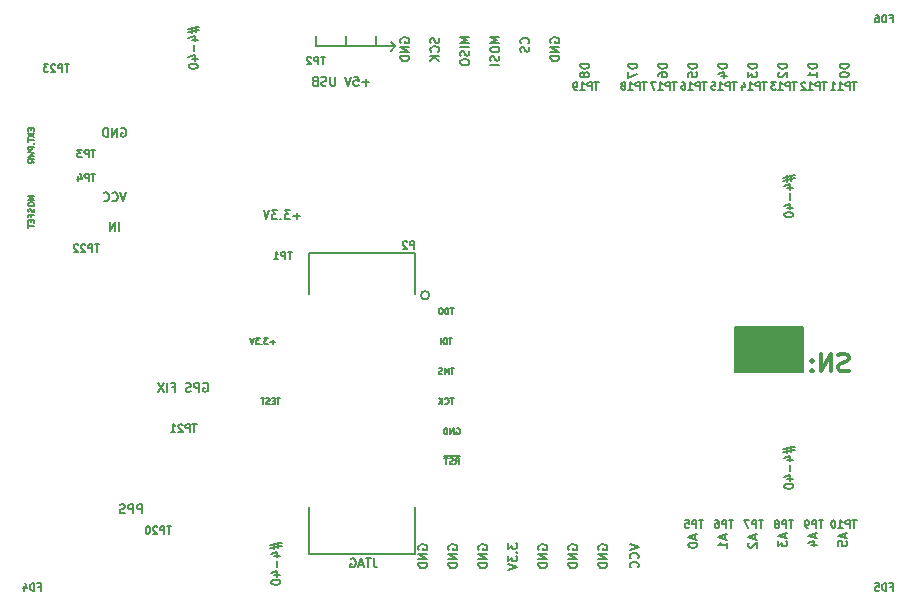
<source format=gbo>
G04 (created by PCBNEW (2013-07-07 BZR 4022)-stable) date 10/26/2016 12:18:13 AM*
%MOIN*%
G04 Gerber Fmt 3.4, Leading zero omitted, Abs format*
%FSLAX34Y34*%
G01*
G70*
G90*
G04 APERTURE LIST*
%ADD10C,0.00590551*%
%ADD11C,0.005*%
%ADD12C,0.00738189*%
%ADD13C,0.00787402*%
%ADD14C,0.011811*%
%ADD15C,0.007*%
%ADD16C,0.230409*%
%ADD17C,0.048*%
%ADD18C,0.025685*%
%ADD19R,0.061X0.061*%
%ADD20C,0.061*%
%ADD21R,0.206X0.056*%
%ADD22C,0.0787402*%
%ADD23C,0.0737165*%
G04 APERTURE END LIST*
G54D10*
G54D11*
X58030Y-45930D02*
X57830Y-45930D01*
X57973Y-45997D01*
X57830Y-46064D01*
X58030Y-46064D01*
X57830Y-46197D02*
X57830Y-46235D01*
X57840Y-46254D01*
X57859Y-46273D01*
X57897Y-46283D01*
X57964Y-46283D01*
X58002Y-46273D01*
X58021Y-46254D01*
X58030Y-46235D01*
X58030Y-46197D01*
X58021Y-46178D01*
X58002Y-46159D01*
X57964Y-46150D01*
X57897Y-46150D01*
X57859Y-46159D01*
X57840Y-46178D01*
X57830Y-46197D01*
X58021Y-46359D02*
X58030Y-46388D01*
X58030Y-46435D01*
X58021Y-46454D01*
X58011Y-46464D01*
X57992Y-46473D01*
X57973Y-46473D01*
X57954Y-46464D01*
X57945Y-46454D01*
X57935Y-46435D01*
X57926Y-46397D01*
X57916Y-46378D01*
X57907Y-46369D01*
X57888Y-46359D01*
X57869Y-46359D01*
X57850Y-46369D01*
X57840Y-46378D01*
X57830Y-46397D01*
X57830Y-46445D01*
X57840Y-46473D01*
X57926Y-46626D02*
X57926Y-46559D01*
X58030Y-46559D02*
X57830Y-46559D01*
X57830Y-46654D01*
X57926Y-46730D02*
X57926Y-46797D01*
X58030Y-46826D02*
X58030Y-46730D01*
X57830Y-46730D01*
X57830Y-46826D01*
X57830Y-46883D02*
X57830Y-46997D01*
X58030Y-46940D02*
X57830Y-46940D01*
G54D12*
X83122Y-54303D02*
X83122Y-54514D01*
X82996Y-54388D02*
X83375Y-54303D01*
X83249Y-54486D02*
X83249Y-54275D01*
X83375Y-54402D02*
X82996Y-54486D01*
X83122Y-54739D02*
X83319Y-54739D01*
X83010Y-54669D02*
X83221Y-54599D01*
X83221Y-54782D01*
X83207Y-54894D02*
X83207Y-55119D01*
X83122Y-55386D02*
X83319Y-55386D01*
X83010Y-55316D02*
X83221Y-55246D01*
X83221Y-55428D01*
X83024Y-55597D02*
X83024Y-55625D01*
X83038Y-55653D01*
X83052Y-55667D01*
X83080Y-55681D01*
X83136Y-55696D01*
X83207Y-55696D01*
X83263Y-55681D01*
X83291Y-55667D01*
X83305Y-55653D01*
X83319Y-55625D01*
X83319Y-55597D01*
X83305Y-55569D01*
X83291Y-55555D01*
X83263Y-55541D01*
X83207Y-55527D01*
X83136Y-55527D01*
X83080Y-55541D01*
X83052Y-55555D01*
X83038Y-55569D01*
X83024Y-55597D01*
X83122Y-45253D02*
X83122Y-45464D01*
X82996Y-45338D02*
X83375Y-45253D01*
X83249Y-45436D02*
X83249Y-45225D01*
X83375Y-45352D02*
X82996Y-45436D01*
X83122Y-45689D02*
X83319Y-45689D01*
X83010Y-45619D02*
X83221Y-45549D01*
X83221Y-45732D01*
X83207Y-45844D02*
X83207Y-46069D01*
X83122Y-46336D02*
X83319Y-46336D01*
X83010Y-46266D02*
X83221Y-46196D01*
X83221Y-46378D01*
X83024Y-46547D02*
X83024Y-46575D01*
X83038Y-46603D01*
X83052Y-46617D01*
X83080Y-46631D01*
X83136Y-46646D01*
X83207Y-46646D01*
X83263Y-46631D01*
X83291Y-46617D01*
X83305Y-46603D01*
X83319Y-46575D01*
X83319Y-46547D01*
X83305Y-46519D01*
X83291Y-46505D01*
X83263Y-46491D01*
X83207Y-46477D01*
X83136Y-46477D01*
X83080Y-46491D01*
X83052Y-46505D01*
X83038Y-46519D01*
X83024Y-46547D01*
X63272Y-40303D02*
X63272Y-40514D01*
X63146Y-40388D02*
X63525Y-40303D01*
X63399Y-40486D02*
X63399Y-40275D01*
X63525Y-40402D02*
X63146Y-40486D01*
X63272Y-40739D02*
X63469Y-40739D01*
X63160Y-40669D02*
X63371Y-40599D01*
X63371Y-40782D01*
X63357Y-40894D02*
X63357Y-41119D01*
X63272Y-41386D02*
X63469Y-41386D01*
X63160Y-41316D02*
X63371Y-41246D01*
X63371Y-41428D01*
X63174Y-41597D02*
X63174Y-41625D01*
X63188Y-41653D01*
X63202Y-41667D01*
X63230Y-41681D01*
X63286Y-41696D01*
X63357Y-41696D01*
X63413Y-41681D01*
X63441Y-41667D01*
X63455Y-41653D01*
X63469Y-41625D01*
X63469Y-41597D01*
X63455Y-41569D01*
X63441Y-41555D01*
X63413Y-41541D01*
X63357Y-41527D01*
X63286Y-41527D01*
X63230Y-41541D01*
X63202Y-41555D01*
X63188Y-41569D01*
X63174Y-41597D01*
X66022Y-57503D02*
X66022Y-57714D01*
X65896Y-57588D02*
X66275Y-57503D01*
X66149Y-57686D02*
X66149Y-57475D01*
X66275Y-57602D02*
X65896Y-57686D01*
X66022Y-57939D02*
X66219Y-57939D01*
X65910Y-57869D02*
X66121Y-57799D01*
X66121Y-57982D01*
X66107Y-58094D02*
X66107Y-58319D01*
X66022Y-58586D02*
X66219Y-58586D01*
X65910Y-58516D02*
X66121Y-58446D01*
X66121Y-58628D01*
X65924Y-58797D02*
X65924Y-58825D01*
X65938Y-58853D01*
X65952Y-58867D01*
X65980Y-58881D01*
X66036Y-58896D01*
X66107Y-58896D01*
X66163Y-58881D01*
X66191Y-58867D01*
X66205Y-58853D01*
X66219Y-58825D01*
X66219Y-58797D01*
X66205Y-58769D01*
X66191Y-58755D01*
X66163Y-58741D01*
X66107Y-58727D01*
X66036Y-58727D01*
X65980Y-58741D01*
X65952Y-58755D01*
X65938Y-58769D01*
X65924Y-58797D01*
X70838Y-57725D02*
X70824Y-57696D01*
X70824Y-57654D01*
X70838Y-57612D01*
X70866Y-57584D01*
X70894Y-57570D01*
X70950Y-57556D01*
X70992Y-57556D01*
X71049Y-57570D01*
X71077Y-57584D01*
X71105Y-57612D01*
X71119Y-57654D01*
X71119Y-57682D01*
X71105Y-57725D01*
X71091Y-57739D01*
X70992Y-57739D01*
X70992Y-57682D01*
X71119Y-57865D02*
X70824Y-57865D01*
X71119Y-58034D01*
X70824Y-58034D01*
X71119Y-58174D02*
X70824Y-58174D01*
X70824Y-58245D01*
X70838Y-58287D01*
X70866Y-58315D01*
X70894Y-58329D01*
X70950Y-58343D01*
X70992Y-58343D01*
X71049Y-58329D01*
X71077Y-58315D01*
X71105Y-58287D01*
X71119Y-58245D01*
X71119Y-58174D01*
X71838Y-57725D02*
X71824Y-57696D01*
X71824Y-57654D01*
X71838Y-57612D01*
X71866Y-57584D01*
X71894Y-57570D01*
X71950Y-57556D01*
X71992Y-57556D01*
X72049Y-57570D01*
X72077Y-57584D01*
X72105Y-57612D01*
X72119Y-57654D01*
X72119Y-57682D01*
X72105Y-57725D01*
X72091Y-57739D01*
X71992Y-57739D01*
X71992Y-57682D01*
X72119Y-57865D02*
X71824Y-57865D01*
X72119Y-58034D01*
X71824Y-58034D01*
X72119Y-58174D02*
X71824Y-58174D01*
X71824Y-58245D01*
X71838Y-58287D01*
X71866Y-58315D01*
X71894Y-58329D01*
X71950Y-58343D01*
X71992Y-58343D01*
X72049Y-58329D01*
X72077Y-58315D01*
X72105Y-58287D01*
X72119Y-58245D01*
X72119Y-58174D01*
X72838Y-57725D02*
X72824Y-57696D01*
X72824Y-57654D01*
X72838Y-57612D01*
X72866Y-57584D01*
X72894Y-57570D01*
X72950Y-57556D01*
X72992Y-57556D01*
X73049Y-57570D01*
X73077Y-57584D01*
X73105Y-57612D01*
X73119Y-57654D01*
X73119Y-57682D01*
X73105Y-57725D01*
X73091Y-57739D01*
X72992Y-57739D01*
X72992Y-57682D01*
X73119Y-57865D02*
X72824Y-57865D01*
X73119Y-58034D01*
X72824Y-58034D01*
X73119Y-58174D02*
X72824Y-58174D01*
X72824Y-58245D01*
X72838Y-58287D01*
X72866Y-58315D01*
X72894Y-58329D01*
X72950Y-58343D01*
X72992Y-58343D01*
X73049Y-58329D01*
X73077Y-58315D01*
X73105Y-58287D01*
X73119Y-58245D01*
X73119Y-58174D01*
X74838Y-57725D02*
X74824Y-57696D01*
X74824Y-57654D01*
X74838Y-57612D01*
X74866Y-57584D01*
X74894Y-57570D01*
X74950Y-57556D01*
X74992Y-57556D01*
X75049Y-57570D01*
X75077Y-57584D01*
X75105Y-57612D01*
X75119Y-57654D01*
X75119Y-57682D01*
X75105Y-57725D01*
X75091Y-57739D01*
X74992Y-57739D01*
X74992Y-57682D01*
X75119Y-57865D02*
X74824Y-57865D01*
X75119Y-58034D01*
X74824Y-58034D01*
X75119Y-58174D02*
X74824Y-58174D01*
X74824Y-58245D01*
X74838Y-58287D01*
X74866Y-58315D01*
X74894Y-58329D01*
X74950Y-58343D01*
X74992Y-58343D01*
X75049Y-58329D01*
X75077Y-58315D01*
X75105Y-58287D01*
X75119Y-58245D01*
X75119Y-58174D01*
X75238Y-40825D02*
X75224Y-40796D01*
X75224Y-40754D01*
X75238Y-40712D01*
X75266Y-40684D01*
X75294Y-40670D01*
X75350Y-40656D01*
X75392Y-40656D01*
X75449Y-40670D01*
X75477Y-40684D01*
X75505Y-40712D01*
X75519Y-40754D01*
X75519Y-40782D01*
X75505Y-40825D01*
X75491Y-40839D01*
X75392Y-40839D01*
X75392Y-40782D01*
X75519Y-40965D02*
X75224Y-40965D01*
X75519Y-41134D01*
X75224Y-41134D01*
X75519Y-41274D02*
X75224Y-41274D01*
X75224Y-41345D01*
X75238Y-41387D01*
X75266Y-41415D01*
X75294Y-41429D01*
X75350Y-41443D01*
X75392Y-41443D01*
X75449Y-41429D01*
X75477Y-41415D01*
X75505Y-41387D01*
X75519Y-41345D01*
X75519Y-41274D01*
G54D13*
X68400Y-40600D02*
X68400Y-40950D01*
X69400Y-40600D02*
X69400Y-40950D01*
X70050Y-40950D02*
X69900Y-41100D01*
X69900Y-40800D02*
X70050Y-40950D01*
X70050Y-40950D02*
X69900Y-40800D01*
X67400Y-40950D02*
X70050Y-40950D01*
X67400Y-40600D02*
X67400Y-40950D01*
G54D11*
X72059Y-54880D02*
X72126Y-54785D01*
X72173Y-54880D02*
X72173Y-54680D01*
X72097Y-54680D01*
X72078Y-54690D01*
X72069Y-54700D01*
X72059Y-54719D01*
X72059Y-54747D01*
X72069Y-54766D01*
X72078Y-54776D01*
X72097Y-54785D01*
X72173Y-54785D01*
X71983Y-54871D02*
X71954Y-54880D01*
X71907Y-54880D01*
X71888Y-54871D01*
X71878Y-54861D01*
X71869Y-54842D01*
X71869Y-54823D01*
X71878Y-54804D01*
X71888Y-54795D01*
X71907Y-54785D01*
X71945Y-54776D01*
X71964Y-54766D01*
X71973Y-54757D01*
X71983Y-54738D01*
X71983Y-54719D01*
X71973Y-54700D01*
X71964Y-54690D01*
X71945Y-54680D01*
X71897Y-54680D01*
X71869Y-54690D01*
X71811Y-54680D02*
X71697Y-54680D01*
X71754Y-54880D02*
X71754Y-54680D01*
X72221Y-54605D02*
X71678Y-54605D01*
X72102Y-53690D02*
X72121Y-53680D01*
X72150Y-53680D01*
X72178Y-53690D01*
X72197Y-53709D01*
X72207Y-53728D01*
X72216Y-53766D01*
X72216Y-53795D01*
X72207Y-53833D01*
X72197Y-53852D01*
X72178Y-53871D01*
X72150Y-53880D01*
X72130Y-53880D01*
X72102Y-53871D01*
X72092Y-53861D01*
X72092Y-53795D01*
X72130Y-53795D01*
X72007Y-53880D02*
X72007Y-53680D01*
X71892Y-53880D01*
X71892Y-53680D01*
X71797Y-53880D02*
X71797Y-53680D01*
X71750Y-53680D01*
X71721Y-53690D01*
X71702Y-53709D01*
X71692Y-53728D01*
X71683Y-53766D01*
X71683Y-53795D01*
X71692Y-53833D01*
X71702Y-53852D01*
X71721Y-53871D01*
X71750Y-53880D01*
X71797Y-53880D01*
X72007Y-52680D02*
X71892Y-52680D01*
X71950Y-52880D02*
X71950Y-52680D01*
X71711Y-52861D02*
X71721Y-52871D01*
X71750Y-52880D01*
X71769Y-52880D01*
X71797Y-52871D01*
X71816Y-52852D01*
X71826Y-52833D01*
X71835Y-52795D01*
X71835Y-52766D01*
X71826Y-52728D01*
X71816Y-52709D01*
X71797Y-52690D01*
X71769Y-52680D01*
X71750Y-52680D01*
X71721Y-52690D01*
X71711Y-52700D01*
X71626Y-52880D02*
X71626Y-52680D01*
X71511Y-52880D02*
X71597Y-52766D01*
X71511Y-52680D02*
X71626Y-52795D01*
X72016Y-51680D02*
X71902Y-51680D01*
X71959Y-51880D02*
X71959Y-51680D01*
X71835Y-51880D02*
X71835Y-51680D01*
X71769Y-51823D01*
X71702Y-51680D01*
X71702Y-51880D01*
X71616Y-51871D02*
X71588Y-51880D01*
X71540Y-51880D01*
X71521Y-51871D01*
X71511Y-51861D01*
X71502Y-51842D01*
X71502Y-51823D01*
X71511Y-51804D01*
X71521Y-51795D01*
X71540Y-51785D01*
X71578Y-51776D01*
X71597Y-51766D01*
X71607Y-51757D01*
X71616Y-51738D01*
X71616Y-51719D01*
X71607Y-51700D01*
X71597Y-51690D01*
X71578Y-51680D01*
X71530Y-51680D01*
X71502Y-51690D01*
X71954Y-50680D02*
X71840Y-50680D01*
X71897Y-50880D02*
X71897Y-50680D01*
X71773Y-50880D02*
X71773Y-50680D01*
X71726Y-50680D01*
X71697Y-50690D01*
X71678Y-50709D01*
X71669Y-50728D01*
X71659Y-50766D01*
X71659Y-50795D01*
X71669Y-50833D01*
X71678Y-50852D01*
X71697Y-50871D01*
X71726Y-50880D01*
X71773Y-50880D01*
X71573Y-50880D02*
X71573Y-50680D01*
X72011Y-49680D02*
X71897Y-49680D01*
X71954Y-49880D02*
X71954Y-49680D01*
X71830Y-49880D02*
X71830Y-49680D01*
X71783Y-49680D01*
X71754Y-49690D01*
X71735Y-49709D01*
X71726Y-49728D01*
X71716Y-49766D01*
X71716Y-49795D01*
X71726Y-49833D01*
X71735Y-49852D01*
X71754Y-49871D01*
X71783Y-49880D01*
X71830Y-49880D01*
X71592Y-49680D02*
X71554Y-49680D01*
X71535Y-49690D01*
X71516Y-49709D01*
X71507Y-49747D01*
X71507Y-49814D01*
X71516Y-49852D01*
X71535Y-49871D01*
X71554Y-49880D01*
X71592Y-49880D01*
X71611Y-49871D01*
X71630Y-49852D01*
X71640Y-49814D01*
X71640Y-49747D01*
X71630Y-49709D01*
X71611Y-49690D01*
X71592Y-49680D01*
X66219Y-52680D02*
X66104Y-52680D01*
X66161Y-52880D02*
X66161Y-52680D01*
X66038Y-52776D02*
X65971Y-52776D01*
X65942Y-52880D02*
X66038Y-52880D01*
X66038Y-52680D01*
X65942Y-52680D01*
X65866Y-52871D02*
X65838Y-52880D01*
X65790Y-52880D01*
X65771Y-52871D01*
X65761Y-52861D01*
X65752Y-52842D01*
X65752Y-52823D01*
X65761Y-52804D01*
X65771Y-52795D01*
X65790Y-52785D01*
X65828Y-52776D01*
X65847Y-52766D01*
X65857Y-52757D01*
X65866Y-52738D01*
X65866Y-52719D01*
X65857Y-52700D01*
X65847Y-52690D01*
X65828Y-52680D01*
X65780Y-52680D01*
X65752Y-52690D01*
X65695Y-52680D02*
X65580Y-52680D01*
X65638Y-52880D02*
X65638Y-52680D01*
X66050Y-50804D02*
X65897Y-50804D01*
X65973Y-50880D02*
X65973Y-50728D01*
X65821Y-50680D02*
X65697Y-50680D01*
X65764Y-50757D01*
X65735Y-50757D01*
X65716Y-50766D01*
X65707Y-50776D01*
X65697Y-50795D01*
X65697Y-50842D01*
X65707Y-50861D01*
X65716Y-50871D01*
X65735Y-50880D01*
X65792Y-50880D01*
X65811Y-50871D01*
X65821Y-50861D01*
X65611Y-50861D02*
X65602Y-50871D01*
X65611Y-50880D01*
X65621Y-50871D01*
X65611Y-50861D01*
X65611Y-50880D01*
X65535Y-50680D02*
X65411Y-50680D01*
X65478Y-50757D01*
X65450Y-50757D01*
X65430Y-50766D01*
X65421Y-50776D01*
X65411Y-50795D01*
X65411Y-50842D01*
X65421Y-50861D01*
X65430Y-50871D01*
X65450Y-50880D01*
X65507Y-50880D01*
X65526Y-50871D01*
X65535Y-50861D01*
X65354Y-50680D02*
X65288Y-50880D01*
X65221Y-50680D01*
G54D12*
X66890Y-46607D02*
X66665Y-46607D01*
X66778Y-46719D02*
X66778Y-46494D01*
X66553Y-46424D02*
X66370Y-46424D01*
X66468Y-46536D01*
X66426Y-46536D01*
X66398Y-46550D01*
X66384Y-46564D01*
X66370Y-46592D01*
X66370Y-46663D01*
X66384Y-46691D01*
X66398Y-46705D01*
X66426Y-46719D01*
X66510Y-46719D01*
X66539Y-46705D01*
X66553Y-46691D01*
X66243Y-46691D02*
X66229Y-46705D01*
X66243Y-46719D01*
X66257Y-46705D01*
X66243Y-46691D01*
X66243Y-46719D01*
X66131Y-46424D02*
X65948Y-46424D01*
X66046Y-46536D01*
X66004Y-46536D01*
X65976Y-46550D01*
X65962Y-46564D01*
X65948Y-46592D01*
X65948Y-46663D01*
X65962Y-46691D01*
X65976Y-46705D01*
X66004Y-46719D01*
X66089Y-46719D01*
X66117Y-46705D01*
X66131Y-46691D01*
X65864Y-46424D02*
X65765Y-46719D01*
X65667Y-46424D01*
X69185Y-42157D02*
X68960Y-42157D01*
X69072Y-42269D02*
X69072Y-42044D01*
X68678Y-41974D02*
X68819Y-41974D01*
X68833Y-42114D01*
X68819Y-42100D01*
X68791Y-42086D01*
X68721Y-42086D01*
X68692Y-42100D01*
X68678Y-42114D01*
X68664Y-42142D01*
X68664Y-42213D01*
X68678Y-42241D01*
X68692Y-42255D01*
X68721Y-42269D01*
X68791Y-42269D01*
X68819Y-42255D01*
X68833Y-42241D01*
X68580Y-41974D02*
X68482Y-42269D01*
X68383Y-41974D01*
X68060Y-41974D02*
X68060Y-42213D01*
X68046Y-42241D01*
X68032Y-42255D01*
X68003Y-42269D01*
X67947Y-42269D01*
X67919Y-42255D01*
X67905Y-42241D01*
X67891Y-42213D01*
X67891Y-41974D01*
X67764Y-42255D02*
X67722Y-42269D01*
X67652Y-42269D01*
X67624Y-42255D01*
X67610Y-42241D01*
X67596Y-42213D01*
X67596Y-42185D01*
X67610Y-42157D01*
X67624Y-42142D01*
X67652Y-42128D01*
X67708Y-42114D01*
X67736Y-42100D01*
X67750Y-42086D01*
X67764Y-42058D01*
X67764Y-42030D01*
X67750Y-42002D01*
X67736Y-41988D01*
X67708Y-41974D01*
X67638Y-41974D01*
X67596Y-41988D01*
X67371Y-42114D02*
X67329Y-42128D01*
X67314Y-42142D01*
X67300Y-42171D01*
X67300Y-42213D01*
X67314Y-42241D01*
X67329Y-42255D01*
X67357Y-42269D01*
X67469Y-42269D01*
X67469Y-41974D01*
X67371Y-41974D01*
X67343Y-41988D01*
X67329Y-42002D01*
X67314Y-42030D01*
X67314Y-42058D01*
X67329Y-42086D01*
X67343Y-42100D01*
X67371Y-42114D01*
X67469Y-42114D01*
X61615Y-56519D02*
X61615Y-56224D01*
X61503Y-56224D01*
X61474Y-56238D01*
X61460Y-56252D01*
X61446Y-56280D01*
X61446Y-56322D01*
X61460Y-56350D01*
X61474Y-56364D01*
X61503Y-56378D01*
X61615Y-56378D01*
X61320Y-56519D02*
X61320Y-56224D01*
X61207Y-56224D01*
X61179Y-56238D01*
X61165Y-56252D01*
X61151Y-56280D01*
X61151Y-56322D01*
X61165Y-56350D01*
X61179Y-56364D01*
X61207Y-56378D01*
X61320Y-56378D01*
X61039Y-56505D02*
X60996Y-56519D01*
X60926Y-56519D01*
X60898Y-56505D01*
X60884Y-56491D01*
X60870Y-56463D01*
X60870Y-56435D01*
X60884Y-56407D01*
X60898Y-56392D01*
X60926Y-56378D01*
X60982Y-56364D01*
X61010Y-56350D01*
X61025Y-56336D01*
X61039Y-56308D01*
X61039Y-56280D01*
X61025Y-56252D01*
X61010Y-56238D01*
X60982Y-56224D01*
X60912Y-56224D01*
X60870Y-56238D01*
X63660Y-52188D02*
X63688Y-52174D01*
X63731Y-52174D01*
X63773Y-52188D01*
X63801Y-52216D01*
X63815Y-52244D01*
X63829Y-52300D01*
X63829Y-52342D01*
X63815Y-52399D01*
X63801Y-52427D01*
X63773Y-52455D01*
X63731Y-52469D01*
X63703Y-52469D01*
X63660Y-52455D01*
X63646Y-52441D01*
X63646Y-52342D01*
X63703Y-52342D01*
X63520Y-52469D02*
X63520Y-52174D01*
X63407Y-52174D01*
X63379Y-52188D01*
X63365Y-52202D01*
X63351Y-52230D01*
X63351Y-52272D01*
X63365Y-52300D01*
X63379Y-52314D01*
X63407Y-52328D01*
X63520Y-52328D01*
X63239Y-52455D02*
X63196Y-52469D01*
X63126Y-52469D01*
X63098Y-52455D01*
X63084Y-52441D01*
X63070Y-52413D01*
X63070Y-52385D01*
X63084Y-52357D01*
X63098Y-52342D01*
X63126Y-52328D01*
X63182Y-52314D01*
X63210Y-52300D01*
X63224Y-52286D01*
X63239Y-52258D01*
X63239Y-52230D01*
X63224Y-52202D01*
X63210Y-52188D01*
X63182Y-52174D01*
X63112Y-52174D01*
X63070Y-52188D01*
X62620Y-52314D02*
X62718Y-52314D01*
X62718Y-52469D02*
X62718Y-52174D01*
X62578Y-52174D01*
X62465Y-52469D02*
X62465Y-52174D01*
X62353Y-52174D02*
X62156Y-52469D01*
X62156Y-52174D02*
X62353Y-52469D01*
X61093Y-45824D02*
X60995Y-46119D01*
X60896Y-45824D01*
X60629Y-46091D02*
X60643Y-46105D01*
X60685Y-46119D01*
X60714Y-46119D01*
X60756Y-46105D01*
X60784Y-46077D01*
X60798Y-46049D01*
X60812Y-45992D01*
X60812Y-45950D01*
X60798Y-45894D01*
X60784Y-45866D01*
X60756Y-45838D01*
X60714Y-45824D01*
X60685Y-45824D01*
X60643Y-45838D01*
X60629Y-45852D01*
X60334Y-46091D02*
X60348Y-46105D01*
X60390Y-46119D01*
X60418Y-46119D01*
X60460Y-46105D01*
X60489Y-46077D01*
X60503Y-46049D01*
X60517Y-45992D01*
X60517Y-45950D01*
X60503Y-45894D01*
X60489Y-45866D01*
X60460Y-45838D01*
X60418Y-45824D01*
X60390Y-45824D01*
X60348Y-45838D01*
X60334Y-45852D01*
X60924Y-43688D02*
X60953Y-43674D01*
X60995Y-43674D01*
X61037Y-43688D01*
X61065Y-43716D01*
X61079Y-43744D01*
X61093Y-43800D01*
X61093Y-43842D01*
X61079Y-43899D01*
X61065Y-43927D01*
X61037Y-43955D01*
X60995Y-43969D01*
X60967Y-43969D01*
X60924Y-43955D01*
X60910Y-43941D01*
X60910Y-43842D01*
X60967Y-43842D01*
X60784Y-43969D02*
X60784Y-43674D01*
X60615Y-43969D01*
X60615Y-43674D01*
X60475Y-43969D02*
X60475Y-43674D01*
X60404Y-43674D01*
X60362Y-43688D01*
X60334Y-43716D01*
X60320Y-43744D01*
X60306Y-43800D01*
X60306Y-43842D01*
X60320Y-43899D01*
X60334Y-43927D01*
X60362Y-43955D01*
X60404Y-43969D01*
X60475Y-43969D01*
X60854Y-47119D02*
X60854Y-46824D01*
X60714Y-47119D02*
X60714Y-46824D01*
X60545Y-47119D01*
X60545Y-46824D01*
G54D14*
X85168Y-51760D02*
X85084Y-51789D01*
X84943Y-51789D01*
X84887Y-51760D01*
X84859Y-51732D01*
X84831Y-51676D01*
X84831Y-51620D01*
X84859Y-51564D01*
X84887Y-51535D01*
X84943Y-51507D01*
X85056Y-51479D01*
X85112Y-51451D01*
X85140Y-51423D01*
X85168Y-51367D01*
X85168Y-51310D01*
X85140Y-51254D01*
X85112Y-51226D01*
X85056Y-51198D01*
X84915Y-51198D01*
X84831Y-51226D01*
X84578Y-51789D02*
X84578Y-51198D01*
X84240Y-51789D01*
X84240Y-51198D01*
X83959Y-51732D02*
X83931Y-51760D01*
X83959Y-51789D01*
X83987Y-51760D01*
X83959Y-51732D01*
X83959Y-51789D01*
X83959Y-51423D02*
X83931Y-51451D01*
X83959Y-51479D01*
X83987Y-51451D01*
X83959Y-51423D01*
X83959Y-51479D01*
G54D12*
X69344Y-58024D02*
X69344Y-58235D01*
X69358Y-58277D01*
X69386Y-58305D01*
X69428Y-58319D01*
X69456Y-58319D01*
X69246Y-58024D02*
X69077Y-58024D01*
X69161Y-58319D02*
X69161Y-58024D01*
X68992Y-58235D02*
X68852Y-58235D01*
X69021Y-58319D02*
X68922Y-58024D01*
X68824Y-58319D01*
X68571Y-58038D02*
X68599Y-58024D01*
X68641Y-58024D01*
X68683Y-58038D01*
X68711Y-58066D01*
X68725Y-58094D01*
X68739Y-58150D01*
X68739Y-58192D01*
X68725Y-58249D01*
X68711Y-58277D01*
X68683Y-58305D01*
X68641Y-58319D01*
X68613Y-58319D01*
X68571Y-58305D01*
X68557Y-58291D01*
X68557Y-58192D01*
X68613Y-58192D01*
X71505Y-40670D02*
X71519Y-40712D01*
X71519Y-40782D01*
X71505Y-40810D01*
X71491Y-40825D01*
X71463Y-40839D01*
X71435Y-40839D01*
X71407Y-40825D01*
X71392Y-40810D01*
X71378Y-40782D01*
X71364Y-40726D01*
X71350Y-40698D01*
X71336Y-40684D01*
X71308Y-40670D01*
X71280Y-40670D01*
X71252Y-40684D01*
X71238Y-40698D01*
X71224Y-40726D01*
X71224Y-40796D01*
X71238Y-40839D01*
X71491Y-41134D02*
X71505Y-41120D01*
X71519Y-41078D01*
X71519Y-41050D01*
X71505Y-41007D01*
X71477Y-40979D01*
X71449Y-40965D01*
X71392Y-40951D01*
X71350Y-40951D01*
X71294Y-40965D01*
X71266Y-40979D01*
X71238Y-41007D01*
X71224Y-41050D01*
X71224Y-41078D01*
X71238Y-41120D01*
X71252Y-41134D01*
X71519Y-41260D02*
X71224Y-41260D01*
X71519Y-41429D02*
X71350Y-41303D01*
X71224Y-41429D02*
X71392Y-41260D01*
X72519Y-40635D02*
X72224Y-40635D01*
X72435Y-40734D01*
X72224Y-40832D01*
X72519Y-40832D01*
X72519Y-40973D02*
X72224Y-40973D01*
X72505Y-41100D02*
X72519Y-41142D01*
X72519Y-41212D01*
X72505Y-41240D01*
X72491Y-41254D01*
X72463Y-41268D01*
X72435Y-41268D01*
X72407Y-41254D01*
X72392Y-41240D01*
X72378Y-41212D01*
X72364Y-41156D01*
X72350Y-41128D01*
X72336Y-41114D01*
X72308Y-41100D01*
X72280Y-41100D01*
X72252Y-41114D01*
X72238Y-41128D01*
X72224Y-41156D01*
X72224Y-41226D01*
X72238Y-41268D01*
X72224Y-41451D02*
X72224Y-41507D01*
X72238Y-41535D01*
X72266Y-41564D01*
X72322Y-41578D01*
X72421Y-41578D01*
X72477Y-41564D01*
X72505Y-41535D01*
X72519Y-41507D01*
X72519Y-41451D01*
X72505Y-41423D01*
X72477Y-41395D01*
X72421Y-41381D01*
X72322Y-41381D01*
X72266Y-41395D01*
X72238Y-41423D01*
X72224Y-41451D01*
X73519Y-40635D02*
X73224Y-40635D01*
X73435Y-40734D01*
X73224Y-40832D01*
X73519Y-40832D01*
X73224Y-41029D02*
X73224Y-41085D01*
X73238Y-41114D01*
X73266Y-41142D01*
X73322Y-41156D01*
X73421Y-41156D01*
X73477Y-41142D01*
X73505Y-41114D01*
X73519Y-41085D01*
X73519Y-41029D01*
X73505Y-41001D01*
X73477Y-40973D01*
X73421Y-40959D01*
X73322Y-40959D01*
X73266Y-40973D01*
X73238Y-41001D01*
X73224Y-41029D01*
X73505Y-41268D02*
X73519Y-41310D01*
X73519Y-41381D01*
X73505Y-41409D01*
X73491Y-41423D01*
X73463Y-41437D01*
X73435Y-41437D01*
X73407Y-41423D01*
X73392Y-41409D01*
X73378Y-41381D01*
X73364Y-41324D01*
X73350Y-41296D01*
X73336Y-41282D01*
X73308Y-41268D01*
X73280Y-41268D01*
X73252Y-41282D01*
X73238Y-41296D01*
X73224Y-41324D01*
X73224Y-41395D01*
X73238Y-41437D01*
X73519Y-41564D02*
X73224Y-41564D01*
X74491Y-40850D02*
X74505Y-40836D01*
X74519Y-40794D01*
X74519Y-40766D01*
X74505Y-40724D01*
X74477Y-40696D01*
X74449Y-40682D01*
X74392Y-40667D01*
X74350Y-40667D01*
X74294Y-40682D01*
X74266Y-40696D01*
X74238Y-40724D01*
X74224Y-40766D01*
X74224Y-40794D01*
X74238Y-40836D01*
X74252Y-40850D01*
X74505Y-40963D02*
X74519Y-41005D01*
X74519Y-41075D01*
X74505Y-41103D01*
X74491Y-41117D01*
X74463Y-41132D01*
X74435Y-41132D01*
X74407Y-41117D01*
X74392Y-41103D01*
X74378Y-41075D01*
X74364Y-41019D01*
X74350Y-40991D01*
X74336Y-40977D01*
X74308Y-40963D01*
X74280Y-40963D01*
X74252Y-40977D01*
X74238Y-40991D01*
X74224Y-41019D01*
X74224Y-41089D01*
X74238Y-41132D01*
X76519Y-41532D02*
X76224Y-41532D01*
X76224Y-41602D01*
X76238Y-41644D01*
X76266Y-41672D01*
X76294Y-41686D01*
X76350Y-41700D01*
X76392Y-41700D01*
X76449Y-41686D01*
X76477Y-41672D01*
X76505Y-41644D01*
X76519Y-41602D01*
X76519Y-41532D01*
X76350Y-41869D02*
X76336Y-41841D01*
X76322Y-41827D01*
X76294Y-41813D01*
X76280Y-41813D01*
X76252Y-41827D01*
X76238Y-41841D01*
X76224Y-41869D01*
X76224Y-41925D01*
X76238Y-41953D01*
X76252Y-41967D01*
X76280Y-41982D01*
X76294Y-41982D01*
X76322Y-41967D01*
X76336Y-41953D01*
X76350Y-41925D01*
X76350Y-41869D01*
X76364Y-41841D01*
X76378Y-41827D01*
X76407Y-41813D01*
X76463Y-41813D01*
X76491Y-41827D01*
X76505Y-41841D01*
X76519Y-41869D01*
X76519Y-41925D01*
X76505Y-41953D01*
X76491Y-41967D01*
X76463Y-41982D01*
X76407Y-41982D01*
X76378Y-41967D01*
X76364Y-41953D01*
X76350Y-41925D01*
X85169Y-41532D02*
X84874Y-41532D01*
X84874Y-41602D01*
X84888Y-41644D01*
X84916Y-41672D01*
X84944Y-41686D01*
X85000Y-41700D01*
X85042Y-41700D01*
X85099Y-41686D01*
X85127Y-41672D01*
X85155Y-41644D01*
X85169Y-41602D01*
X85169Y-41532D01*
X84874Y-41883D02*
X84874Y-41911D01*
X84888Y-41939D01*
X84902Y-41953D01*
X84930Y-41967D01*
X84986Y-41982D01*
X85057Y-41982D01*
X85113Y-41967D01*
X85141Y-41953D01*
X85155Y-41939D01*
X85169Y-41911D01*
X85169Y-41883D01*
X85155Y-41855D01*
X85141Y-41841D01*
X85113Y-41827D01*
X85057Y-41813D01*
X84986Y-41813D01*
X84930Y-41827D01*
X84902Y-41841D01*
X84888Y-41855D01*
X84874Y-41883D01*
X84119Y-41532D02*
X83824Y-41532D01*
X83824Y-41602D01*
X83838Y-41644D01*
X83866Y-41672D01*
X83894Y-41686D01*
X83950Y-41700D01*
X83992Y-41700D01*
X84049Y-41686D01*
X84077Y-41672D01*
X84105Y-41644D01*
X84119Y-41602D01*
X84119Y-41532D01*
X84119Y-41982D02*
X84119Y-41813D01*
X84119Y-41897D02*
X83824Y-41897D01*
X83866Y-41869D01*
X83894Y-41841D01*
X83908Y-41813D01*
X83119Y-41532D02*
X82824Y-41532D01*
X82824Y-41602D01*
X82838Y-41644D01*
X82866Y-41672D01*
X82894Y-41686D01*
X82950Y-41700D01*
X82992Y-41700D01*
X83049Y-41686D01*
X83077Y-41672D01*
X83105Y-41644D01*
X83119Y-41602D01*
X83119Y-41532D01*
X82852Y-41813D02*
X82838Y-41827D01*
X82824Y-41855D01*
X82824Y-41925D01*
X82838Y-41953D01*
X82852Y-41967D01*
X82880Y-41982D01*
X82908Y-41982D01*
X82950Y-41967D01*
X83119Y-41799D01*
X83119Y-41982D01*
X82119Y-41532D02*
X81824Y-41532D01*
X81824Y-41602D01*
X81838Y-41644D01*
X81866Y-41672D01*
X81894Y-41686D01*
X81950Y-41700D01*
X81992Y-41700D01*
X82049Y-41686D01*
X82077Y-41672D01*
X82105Y-41644D01*
X82119Y-41602D01*
X82119Y-41532D01*
X81824Y-41799D02*
X81824Y-41982D01*
X81936Y-41883D01*
X81936Y-41925D01*
X81950Y-41953D01*
X81964Y-41967D01*
X81992Y-41982D01*
X82063Y-41982D01*
X82091Y-41967D01*
X82105Y-41953D01*
X82119Y-41925D01*
X82119Y-41841D01*
X82105Y-41813D01*
X82091Y-41799D01*
X81119Y-41532D02*
X80824Y-41532D01*
X80824Y-41602D01*
X80838Y-41644D01*
X80866Y-41672D01*
X80894Y-41686D01*
X80950Y-41700D01*
X80992Y-41700D01*
X81049Y-41686D01*
X81077Y-41672D01*
X81105Y-41644D01*
X81119Y-41602D01*
X81119Y-41532D01*
X80922Y-41953D02*
X81119Y-41953D01*
X80810Y-41883D02*
X81021Y-41813D01*
X81021Y-41996D01*
X80119Y-41532D02*
X79824Y-41532D01*
X79824Y-41602D01*
X79838Y-41644D01*
X79866Y-41672D01*
X79894Y-41686D01*
X79950Y-41700D01*
X79992Y-41700D01*
X80049Y-41686D01*
X80077Y-41672D01*
X80105Y-41644D01*
X80119Y-41602D01*
X80119Y-41532D01*
X79824Y-41967D02*
X79824Y-41827D01*
X79964Y-41813D01*
X79950Y-41827D01*
X79936Y-41855D01*
X79936Y-41925D01*
X79950Y-41953D01*
X79964Y-41967D01*
X79992Y-41982D01*
X80063Y-41982D01*
X80091Y-41967D01*
X80105Y-41953D01*
X80119Y-41925D01*
X80119Y-41855D01*
X80105Y-41827D01*
X80091Y-41813D01*
X79119Y-41532D02*
X78824Y-41532D01*
X78824Y-41602D01*
X78838Y-41644D01*
X78866Y-41672D01*
X78894Y-41686D01*
X78950Y-41700D01*
X78992Y-41700D01*
X79049Y-41686D01*
X79077Y-41672D01*
X79105Y-41644D01*
X79119Y-41602D01*
X79119Y-41532D01*
X78824Y-41953D02*
X78824Y-41897D01*
X78838Y-41869D01*
X78852Y-41855D01*
X78894Y-41827D01*
X78950Y-41813D01*
X79063Y-41813D01*
X79091Y-41827D01*
X79105Y-41841D01*
X79119Y-41869D01*
X79119Y-41925D01*
X79105Y-41953D01*
X79091Y-41967D01*
X79063Y-41982D01*
X78992Y-41982D01*
X78964Y-41967D01*
X78950Y-41953D01*
X78936Y-41925D01*
X78936Y-41869D01*
X78950Y-41841D01*
X78964Y-41827D01*
X78992Y-41813D01*
X78119Y-41532D02*
X77824Y-41532D01*
X77824Y-41602D01*
X77838Y-41644D01*
X77866Y-41672D01*
X77894Y-41686D01*
X77950Y-41700D01*
X77992Y-41700D01*
X78049Y-41686D01*
X78077Y-41672D01*
X78105Y-41644D01*
X78119Y-41602D01*
X78119Y-41532D01*
X77824Y-41799D02*
X77824Y-41996D01*
X78119Y-41869D01*
X70238Y-40825D02*
X70224Y-40796D01*
X70224Y-40754D01*
X70238Y-40712D01*
X70266Y-40684D01*
X70294Y-40670D01*
X70350Y-40656D01*
X70392Y-40656D01*
X70449Y-40670D01*
X70477Y-40684D01*
X70505Y-40712D01*
X70519Y-40754D01*
X70519Y-40782D01*
X70505Y-40825D01*
X70491Y-40839D01*
X70392Y-40839D01*
X70392Y-40782D01*
X70519Y-40965D02*
X70224Y-40965D01*
X70519Y-41134D01*
X70224Y-41134D01*
X70519Y-41274D02*
X70224Y-41274D01*
X70224Y-41345D01*
X70238Y-41387D01*
X70266Y-41415D01*
X70294Y-41429D01*
X70350Y-41443D01*
X70392Y-41443D01*
X70449Y-41429D01*
X70477Y-41415D01*
X70505Y-41387D01*
X70519Y-41345D01*
X70519Y-41274D01*
X85035Y-57189D02*
X85035Y-57329D01*
X85119Y-57160D02*
X84824Y-57259D01*
X85119Y-57357D01*
X84824Y-57596D02*
X84824Y-57456D01*
X84964Y-57442D01*
X84950Y-57456D01*
X84936Y-57484D01*
X84936Y-57554D01*
X84950Y-57582D01*
X84964Y-57596D01*
X84992Y-57610D01*
X85063Y-57610D01*
X85091Y-57596D01*
X85105Y-57582D01*
X85119Y-57554D01*
X85119Y-57484D01*
X85105Y-57456D01*
X85091Y-57442D01*
X84035Y-57189D02*
X84035Y-57329D01*
X84119Y-57160D02*
X83824Y-57259D01*
X84119Y-57357D01*
X83922Y-57582D02*
X84119Y-57582D01*
X83810Y-57512D02*
X84021Y-57442D01*
X84021Y-57624D01*
X83035Y-57189D02*
X83035Y-57329D01*
X83119Y-57160D02*
X82824Y-57259D01*
X83119Y-57357D01*
X82824Y-57428D02*
X82824Y-57610D01*
X82936Y-57512D01*
X82936Y-57554D01*
X82950Y-57582D01*
X82964Y-57596D01*
X82992Y-57610D01*
X83063Y-57610D01*
X83091Y-57596D01*
X83105Y-57582D01*
X83119Y-57554D01*
X83119Y-57470D01*
X83105Y-57442D01*
X83091Y-57428D01*
X82035Y-57239D02*
X82035Y-57379D01*
X82119Y-57210D02*
X81824Y-57309D01*
X82119Y-57407D01*
X81852Y-57492D02*
X81838Y-57506D01*
X81824Y-57534D01*
X81824Y-57604D01*
X81838Y-57632D01*
X81852Y-57646D01*
X81880Y-57660D01*
X81908Y-57660D01*
X81950Y-57646D01*
X82119Y-57478D01*
X82119Y-57660D01*
X81035Y-57239D02*
X81035Y-57379D01*
X81119Y-57210D02*
X80824Y-57309D01*
X81119Y-57407D01*
X81119Y-57660D02*
X81119Y-57492D01*
X81119Y-57576D02*
X80824Y-57576D01*
X80866Y-57548D01*
X80894Y-57520D01*
X80908Y-57492D01*
X80035Y-57239D02*
X80035Y-57379D01*
X80119Y-57210D02*
X79824Y-57309D01*
X80119Y-57407D01*
X79824Y-57562D02*
X79824Y-57590D01*
X79838Y-57618D01*
X79852Y-57632D01*
X79880Y-57646D01*
X79936Y-57660D01*
X80007Y-57660D01*
X80063Y-57646D01*
X80091Y-57632D01*
X80105Y-57618D01*
X80119Y-57590D01*
X80119Y-57562D01*
X80105Y-57534D01*
X80091Y-57520D01*
X80063Y-57506D01*
X80007Y-57492D01*
X79936Y-57492D01*
X79880Y-57506D01*
X79852Y-57520D01*
X79838Y-57534D01*
X79824Y-57562D01*
X73824Y-57514D02*
X73824Y-57696D01*
X73936Y-57598D01*
X73936Y-57640D01*
X73950Y-57668D01*
X73964Y-57682D01*
X73992Y-57696D01*
X74063Y-57696D01*
X74091Y-57682D01*
X74105Y-57668D01*
X74119Y-57640D01*
X74119Y-57556D01*
X74105Y-57528D01*
X74091Y-57514D01*
X74091Y-57823D02*
X74105Y-57837D01*
X74119Y-57823D01*
X74105Y-57809D01*
X74091Y-57823D01*
X74119Y-57823D01*
X73824Y-57935D02*
X73824Y-58118D01*
X73936Y-58020D01*
X73936Y-58062D01*
X73950Y-58090D01*
X73964Y-58104D01*
X73992Y-58118D01*
X74063Y-58118D01*
X74091Y-58104D01*
X74105Y-58090D01*
X74119Y-58062D01*
X74119Y-57978D01*
X74105Y-57950D01*
X74091Y-57935D01*
X73824Y-58203D02*
X74119Y-58301D01*
X73824Y-58399D01*
X76838Y-57725D02*
X76824Y-57696D01*
X76824Y-57654D01*
X76838Y-57612D01*
X76866Y-57584D01*
X76894Y-57570D01*
X76950Y-57556D01*
X76992Y-57556D01*
X77049Y-57570D01*
X77077Y-57584D01*
X77105Y-57612D01*
X77119Y-57654D01*
X77119Y-57682D01*
X77105Y-57725D01*
X77091Y-57739D01*
X76992Y-57739D01*
X76992Y-57682D01*
X77119Y-57865D02*
X76824Y-57865D01*
X77119Y-58034D01*
X76824Y-58034D01*
X77119Y-58174D02*
X76824Y-58174D01*
X76824Y-58245D01*
X76838Y-58287D01*
X76866Y-58315D01*
X76894Y-58329D01*
X76950Y-58343D01*
X76992Y-58343D01*
X77049Y-58329D01*
X77077Y-58315D01*
X77105Y-58287D01*
X77119Y-58245D01*
X77119Y-58174D01*
G54D11*
X57926Y-43673D02*
X57926Y-43740D01*
X58030Y-43769D02*
X58030Y-43673D01*
X57830Y-43673D01*
X57830Y-43769D01*
X57830Y-43835D02*
X58030Y-43969D01*
X57830Y-43969D02*
X58030Y-43835D01*
X57830Y-44016D02*
X57830Y-44130D01*
X58030Y-44073D02*
X57830Y-44073D01*
X58011Y-44197D02*
X58021Y-44207D01*
X58030Y-44197D01*
X58021Y-44188D01*
X58011Y-44197D01*
X58030Y-44197D01*
X58030Y-44292D02*
X57830Y-44292D01*
X57830Y-44369D01*
X57840Y-44388D01*
X57850Y-44397D01*
X57869Y-44407D01*
X57897Y-44407D01*
X57916Y-44397D01*
X57926Y-44388D01*
X57935Y-44369D01*
X57935Y-44292D01*
X57830Y-44473D02*
X58030Y-44521D01*
X57888Y-44559D01*
X58030Y-44597D01*
X57830Y-44645D01*
X58030Y-44835D02*
X57935Y-44769D01*
X58030Y-44721D02*
X57830Y-44721D01*
X57830Y-44797D01*
X57840Y-44816D01*
X57850Y-44826D01*
X57869Y-44835D01*
X57897Y-44835D01*
X57916Y-44826D01*
X57926Y-44816D01*
X57935Y-44797D01*
X57935Y-44721D01*
G54D12*
X77874Y-57556D02*
X78169Y-57654D01*
X77874Y-57753D01*
X78141Y-58020D02*
X78155Y-58006D01*
X78169Y-57964D01*
X78169Y-57935D01*
X78155Y-57893D01*
X78127Y-57865D01*
X78099Y-57851D01*
X78042Y-57837D01*
X78000Y-57837D01*
X77944Y-57851D01*
X77916Y-57865D01*
X77888Y-57893D01*
X77874Y-57935D01*
X77874Y-57964D01*
X77888Y-58006D01*
X77902Y-58020D01*
X78141Y-58315D02*
X78155Y-58301D01*
X78169Y-58259D01*
X78169Y-58231D01*
X78155Y-58189D01*
X78127Y-58160D01*
X78099Y-58146D01*
X78042Y-58132D01*
X78000Y-58132D01*
X77944Y-58146D01*
X77916Y-58160D01*
X77888Y-58189D01*
X77874Y-58231D01*
X77874Y-58259D01*
X77888Y-58301D01*
X77902Y-58315D01*
X75838Y-57725D02*
X75824Y-57696D01*
X75824Y-57654D01*
X75838Y-57612D01*
X75866Y-57584D01*
X75894Y-57570D01*
X75950Y-57556D01*
X75992Y-57556D01*
X76049Y-57570D01*
X76077Y-57584D01*
X76105Y-57612D01*
X76119Y-57654D01*
X76119Y-57682D01*
X76105Y-57725D01*
X76091Y-57739D01*
X75992Y-57739D01*
X75992Y-57682D01*
X76119Y-57865D02*
X75824Y-57865D01*
X76119Y-58034D01*
X75824Y-58034D01*
X76119Y-58174D02*
X75824Y-58174D01*
X75824Y-58245D01*
X75838Y-58287D01*
X75866Y-58315D01*
X75894Y-58329D01*
X75950Y-58343D01*
X75992Y-58343D01*
X76049Y-58329D01*
X76077Y-58315D01*
X76105Y-58287D01*
X76119Y-58245D01*
X76119Y-58174D01*
G54D11*
X71191Y-49250D02*
G75*
G03X71191Y-49250I-141J0D01*
G74*
G01*
X67178Y-56296D02*
X67178Y-57871D01*
X67178Y-57871D02*
X70722Y-57871D01*
X70722Y-57871D02*
X70722Y-56296D01*
X70722Y-47831D02*
X70722Y-49209D01*
X67178Y-47831D02*
X67178Y-49209D01*
X67178Y-47831D02*
X70722Y-47831D01*
X81434Y-42151D02*
X81291Y-42151D01*
X81363Y-42401D02*
X81363Y-42151D01*
X81208Y-42401D02*
X81208Y-42151D01*
X81113Y-42151D01*
X81089Y-42163D01*
X81077Y-42175D01*
X81065Y-42198D01*
X81065Y-42234D01*
X81077Y-42258D01*
X81089Y-42270D01*
X81113Y-42282D01*
X81208Y-42282D01*
X80827Y-42401D02*
X80970Y-42401D01*
X80898Y-42401D02*
X80898Y-42151D01*
X80922Y-42186D01*
X80946Y-42210D01*
X80970Y-42222D01*
X80601Y-42151D02*
X80720Y-42151D01*
X80732Y-42270D01*
X80720Y-42258D01*
X80696Y-42246D01*
X80636Y-42246D01*
X80613Y-42258D01*
X80601Y-42270D01*
X80589Y-42294D01*
X80589Y-42353D01*
X80601Y-42377D01*
X80613Y-42389D01*
X80636Y-42401D01*
X80696Y-42401D01*
X80720Y-42389D01*
X80732Y-42377D01*
X83434Y-42151D02*
X83291Y-42151D01*
X83363Y-42401D02*
X83363Y-42151D01*
X83208Y-42401D02*
X83208Y-42151D01*
X83113Y-42151D01*
X83089Y-42163D01*
X83077Y-42175D01*
X83065Y-42198D01*
X83065Y-42234D01*
X83077Y-42258D01*
X83089Y-42270D01*
X83113Y-42282D01*
X83208Y-42282D01*
X82827Y-42401D02*
X82970Y-42401D01*
X82898Y-42401D02*
X82898Y-42151D01*
X82922Y-42186D01*
X82946Y-42210D01*
X82970Y-42222D01*
X82744Y-42151D02*
X82589Y-42151D01*
X82672Y-42246D01*
X82636Y-42246D01*
X82613Y-42258D01*
X82601Y-42270D01*
X82589Y-42294D01*
X82589Y-42353D01*
X82601Y-42377D01*
X82613Y-42389D01*
X82636Y-42401D01*
X82708Y-42401D01*
X82732Y-42389D01*
X82744Y-42377D01*
X84434Y-42151D02*
X84291Y-42151D01*
X84363Y-42401D02*
X84363Y-42151D01*
X84208Y-42401D02*
X84208Y-42151D01*
X84113Y-42151D01*
X84089Y-42163D01*
X84077Y-42175D01*
X84065Y-42198D01*
X84065Y-42234D01*
X84077Y-42258D01*
X84089Y-42270D01*
X84113Y-42282D01*
X84208Y-42282D01*
X83827Y-42401D02*
X83970Y-42401D01*
X83898Y-42401D02*
X83898Y-42151D01*
X83922Y-42186D01*
X83946Y-42210D01*
X83970Y-42222D01*
X83732Y-42175D02*
X83720Y-42163D01*
X83696Y-42151D01*
X83636Y-42151D01*
X83613Y-42163D01*
X83601Y-42175D01*
X83589Y-42198D01*
X83589Y-42222D01*
X83601Y-42258D01*
X83744Y-42401D01*
X83589Y-42401D01*
X67715Y-41301D02*
X67572Y-41301D01*
X67644Y-41551D02*
X67644Y-41301D01*
X67489Y-41551D02*
X67489Y-41301D01*
X67394Y-41301D01*
X67370Y-41313D01*
X67358Y-41325D01*
X67346Y-41348D01*
X67346Y-41384D01*
X67358Y-41408D01*
X67370Y-41420D01*
X67394Y-41432D01*
X67489Y-41432D01*
X67251Y-41325D02*
X67239Y-41313D01*
X67215Y-41301D01*
X67155Y-41301D01*
X67132Y-41313D01*
X67120Y-41325D01*
X67108Y-41348D01*
X67108Y-41372D01*
X67120Y-41408D01*
X67263Y-41551D01*
X67108Y-41551D01*
X85434Y-42151D02*
X85291Y-42151D01*
X85363Y-42401D02*
X85363Y-42151D01*
X85208Y-42401D02*
X85208Y-42151D01*
X85113Y-42151D01*
X85089Y-42163D01*
X85077Y-42175D01*
X85065Y-42198D01*
X85065Y-42234D01*
X85077Y-42258D01*
X85089Y-42270D01*
X85113Y-42282D01*
X85208Y-42282D01*
X84827Y-42401D02*
X84970Y-42401D01*
X84898Y-42401D02*
X84898Y-42151D01*
X84922Y-42186D01*
X84946Y-42210D01*
X84970Y-42222D01*
X84589Y-42401D02*
X84732Y-42401D01*
X84660Y-42401D02*
X84660Y-42151D01*
X84684Y-42186D01*
X84708Y-42210D01*
X84732Y-42222D01*
X85434Y-56751D02*
X85291Y-56751D01*
X85363Y-57001D02*
X85363Y-56751D01*
X85208Y-57001D02*
X85208Y-56751D01*
X85113Y-56751D01*
X85089Y-56763D01*
X85077Y-56775D01*
X85065Y-56798D01*
X85065Y-56834D01*
X85077Y-56858D01*
X85089Y-56870D01*
X85113Y-56882D01*
X85208Y-56882D01*
X84827Y-57001D02*
X84970Y-57001D01*
X84898Y-57001D02*
X84898Y-56751D01*
X84922Y-56786D01*
X84946Y-56810D01*
X84970Y-56822D01*
X84672Y-56751D02*
X84648Y-56751D01*
X84625Y-56763D01*
X84613Y-56775D01*
X84601Y-56798D01*
X84589Y-56846D01*
X84589Y-56905D01*
X84601Y-56953D01*
X84613Y-56977D01*
X84625Y-56989D01*
X84648Y-57001D01*
X84672Y-57001D01*
X84696Y-56989D01*
X84708Y-56977D01*
X84720Y-56953D01*
X84732Y-56905D01*
X84732Y-56846D01*
X84720Y-56798D01*
X84708Y-56775D01*
X84696Y-56763D01*
X84672Y-56751D01*
X84315Y-56751D02*
X84172Y-56751D01*
X84244Y-57001D02*
X84244Y-56751D01*
X84089Y-57001D02*
X84089Y-56751D01*
X83994Y-56751D01*
X83970Y-56763D01*
X83958Y-56775D01*
X83946Y-56798D01*
X83946Y-56834D01*
X83958Y-56858D01*
X83970Y-56870D01*
X83994Y-56882D01*
X84089Y-56882D01*
X83827Y-57001D02*
X83779Y-57001D01*
X83755Y-56989D01*
X83744Y-56977D01*
X83720Y-56941D01*
X83708Y-56894D01*
X83708Y-56798D01*
X83720Y-56775D01*
X83732Y-56763D01*
X83755Y-56751D01*
X83803Y-56751D01*
X83827Y-56763D01*
X83839Y-56775D01*
X83851Y-56798D01*
X83851Y-56858D01*
X83839Y-56882D01*
X83827Y-56894D01*
X83803Y-56905D01*
X83755Y-56905D01*
X83732Y-56894D01*
X83720Y-56882D01*
X83708Y-56858D01*
X83315Y-56751D02*
X83172Y-56751D01*
X83244Y-57001D02*
X83244Y-56751D01*
X83089Y-57001D02*
X83089Y-56751D01*
X82994Y-56751D01*
X82970Y-56763D01*
X82958Y-56775D01*
X82946Y-56798D01*
X82946Y-56834D01*
X82958Y-56858D01*
X82970Y-56870D01*
X82994Y-56882D01*
X83089Y-56882D01*
X82803Y-56858D02*
X82827Y-56846D01*
X82839Y-56834D01*
X82851Y-56810D01*
X82851Y-56798D01*
X82839Y-56775D01*
X82827Y-56763D01*
X82803Y-56751D01*
X82755Y-56751D01*
X82732Y-56763D01*
X82720Y-56775D01*
X82708Y-56798D01*
X82708Y-56810D01*
X82720Y-56834D01*
X82732Y-56846D01*
X82755Y-56858D01*
X82803Y-56858D01*
X82827Y-56870D01*
X82839Y-56882D01*
X82851Y-56905D01*
X82851Y-56953D01*
X82839Y-56977D01*
X82827Y-56989D01*
X82803Y-57001D01*
X82755Y-57001D01*
X82732Y-56989D01*
X82720Y-56977D01*
X82708Y-56953D01*
X82708Y-56905D01*
X82720Y-56882D01*
X82732Y-56870D01*
X82755Y-56858D01*
X82315Y-56751D02*
X82172Y-56751D01*
X82244Y-57001D02*
X82244Y-56751D01*
X82089Y-57001D02*
X82089Y-56751D01*
X81994Y-56751D01*
X81970Y-56763D01*
X81958Y-56775D01*
X81946Y-56798D01*
X81946Y-56834D01*
X81958Y-56858D01*
X81970Y-56870D01*
X81994Y-56882D01*
X82089Y-56882D01*
X81863Y-56751D02*
X81696Y-56751D01*
X81803Y-57001D01*
X81315Y-56751D02*
X81172Y-56751D01*
X81244Y-57001D02*
X81244Y-56751D01*
X81089Y-57001D02*
X81089Y-56751D01*
X80994Y-56751D01*
X80970Y-56763D01*
X80958Y-56775D01*
X80946Y-56798D01*
X80946Y-56834D01*
X80958Y-56858D01*
X80970Y-56870D01*
X80994Y-56882D01*
X81089Y-56882D01*
X80732Y-56751D02*
X80779Y-56751D01*
X80803Y-56763D01*
X80815Y-56775D01*
X80839Y-56810D01*
X80851Y-56858D01*
X80851Y-56953D01*
X80839Y-56977D01*
X80827Y-56989D01*
X80803Y-57001D01*
X80755Y-57001D01*
X80732Y-56989D01*
X80720Y-56977D01*
X80708Y-56953D01*
X80708Y-56894D01*
X80720Y-56870D01*
X80732Y-56858D01*
X80755Y-56846D01*
X80803Y-56846D01*
X80827Y-56858D01*
X80839Y-56870D01*
X80851Y-56894D01*
X80315Y-56751D02*
X80172Y-56751D01*
X80244Y-57001D02*
X80244Y-56751D01*
X80089Y-57001D02*
X80089Y-56751D01*
X79994Y-56751D01*
X79970Y-56763D01*
X79958Y-56775D01*
X79946Y-56798D01*
X79946Y-56834D01*
X79958Y-56858D01*
X79970Y-56870D01*
X79994Y-56882D01*
X80089Y-56882D01*
X79720Y-56751D02*
X79839Y-56751D01*
X79851Y-56870D01*
X79839Y-56858D01*
X79815Y-56846D01*
X79755Y-56846D01*
X79732Y-56858D01*
X79720Y-56870D01*
X79708Y-56894D01*
X79708Y-56953D01*
X79720Y-56977D01*
X79732Y-56989D01*
X79755Y-57001D01*
X79815Y-57001D01*
X79839Y-56989D01*
X79851Y-56977D01*
X66615Y-47801D02*
X66472Y-47801D01*
X66544Y-48051D02*
X66544Y-47801D01*
X66389Y-48051D02*
X66389Y-47801D01*
X66294Y-47801D01*
X66270Y-47813D01*
X66258Y-47825D01*
X66246Y-47848D01*
X66246Y-47884D01*
X66258Y-47908D01*
X66270Y-47920D01*
X66294Y-47932D01*
X66389Y-47932D01*
X66008Y-48051D02*
X66151Y-48051D01*
X66079Y-48051D02*
X66079Y-47801D01*
X66103Y-47836D01*
X66127Y-47860D01*
X66151Y-47872D01*
X60065Y-45201D02*
X59922Y-45201D01*
X59994Y-45451D02*
X59994Y-45201D01*
X59839Y-45451D02*
X59839Y-45201D01*
X59744Y-45201D01*
X59720Y-45213D01*
X59708Y-45225D01*
X59696Y-45248D01*
X59696Y-45284D01*
X59708Y-45308D01*
X59720Y-45320D01*
X59744Y-45332D01*
X59839Y-45332D01*
X59482Y-45284D02*
X59482Y-45451D01*
X59541Y-45189D02*
X59601Y-45367D01*
X59446Y-45367D01*
X80434Y-42151D02*
X80291Y-42151D01*
X80363Y-42401D02*
X80363Y-42151D01*
X80208Y-42401D02*
X80208Y-42151D01*
X80113Y-42151D01*
X80089Y-42163D01*
X80077Y-42175D01*
X80065Y-42198D01*
X80065Y-42234D01*
X80077Y-42258D01*
X80089Y-42270D01*
X80113Y-42282D01*
X80208Y-42282D01*
X79827Y-42401D02*
X79970Y-42401D01*
X79898Y-42401D02*
X79898Y-42151D01*
X79922Y-42186D01*
X79946Y-42210D01*
X79970Y-42222D01*
X79613Y-42151D02*
X79660Y-42151D01*
X79684Y-42163D01*
X79696Y-42175D01*
X79720Y-42210D01*
X79732Y-42258D01*
X79732Y-42353D01*
X79720Y-42377D01*
X79708Y-42389D01*
X79684Y-42401D01*
X79636Y-42401D01*
X79613Y-42389D01*
X79601Y-42377D01*
X79589Y-42353D01*
X79589Y-42294D01*
X79601Y-42270D01*
X79613Y-42258D01*
X79636Y-42246D01*
X79684Y-42246D01*
X79708Y-42258D01*
X79720Y-42270D01*
X79732Y-42294D01*
X82434Y-42151D02*
X82291Y-42151D01*
X82363Y-42401D02*
X82363Y-42151D01*
X82208Y-42401D02*
X82208Y-42151D01*
X82113Y-42151D01*
X82089Y-42163D01*
X82077Y-42175D01*
X82065Y-42198D01*
X82065Y-42234D01*
X82077Y-42258D01*
X82089Y-42270D01*
X82113Y-42282D01*
X82208Y-42282D01*
X81827Y-42401D02*
X81970Y-42401D01*
X81898Y-42401D02*
X81898Y-42151D01*
X81922Y-42186D01*
X81946Y-42210D01*
X81970Y-42222D01*
X81613Y-42234D02*
X81613Y-42401D01*
X81672Y-42139D02*
X81732Y-42317D01*
X81577Y-42317D01*
X79434Y-42151D02*
X79291Y-42151D01*
X79363Y-42401D02*
X79363Y-42151D01*
X79208Y-42401D02*
X79208Y-42151D01*
X79113Y-42151D01*
X79089Y-42163D01*
X79077Y-42175D01*
X79065Y-42198D01*
X79065Y-42234D01*
X79077Y-42258D01*
X79089Y-42270D01*
X79113Y-42282D01*
X79208Y-42282D01*
X78827Y-42401D02*
X78970Y-42401D01*
X78898Y-42401D02*
X78898Y-42151D01*
X78922Y-42186D01*
X78946Y-42210D01*
X78970Y-42222D01*
X78744Y-42151D02*
X78577Y-42151D01*
X78684Y-42401D01*
X63434Y-53551D02*
X63291Y-53551D01*
X63363Y-53801D02*
X63363Y-53551D01*
X63208Y-53801D02*
X63208Y-53551D01*
X63113Y-53551D01*
X63089Y-53563D01*
X63077Y-53575D01*
X63065Y-53598D01*
X63065Y-53634D01*
X63077Y-53658D01*
X63089Y-53670D01*
X63113Y-53682D01*
X63208Y-53682D01*
X62970Y-53575D02*
X62958Y-53563D01*
X62934Y-53551D01*
X62875Y-53551D01*
X62851Y-53563D01*
X62839Y-53575D01*
X62827Y-53598D01*
X62827Y-53622D01*
X62839Y-53658D01*
X62982Y-53801D01*
X62827Y-53801D01*
X62589Y-53801D02*
X62732Y-53801D01*
X62660Y-53801D02*
X62660Y-53551D01*
X62684Y-53586D01*
X62708Y-53610D01*
X62732Y-53622D01*
X62584Y-56951D02*
X62441Y-56951D01*
X62513Y-57201D02*
X62513Y-56951D01*
X62358Y-57201D02*
X62358Y-56951D01*
X62263Y-56951D01*
X62239Y-56963D01*
X62227Y-56975D01*
X62215Y-56998D01*
X62215Y-57034D01*
X62227Y-57058D01*
X62239Y-57070D01*
X62263Y-57082D01*
X62358Y-57082D01*
X62120Y-56975D02*
X62108Y-56963D01*
X62084Y-56951D01*
X62025Y-56951D01*
X62001Y-56963D01*
X61989Y-56975D01*
X61977Y-56998D01*
X61977Y-57022D01*
X61989Y-57058D01*
X62132Y-57201D01*
X61977Y-57201D01*
X61822Y-56951D02*
X61798Y-56951D01*
X61775Y-56963D01*
X61763Y-56975D01*
X61751Y-56998D01*
X61739Y-57046D01*
X61739Y-57105D01*
X61751Y-57153D01*
X61763Y-57177D01*
X61775Y-57189D01*
X61798Y-57201D01*
X61822Y-57201D01*
X61846Y-57189D01*
X61858Y-57177D01*
X61870Y-57153D01*
X61882Y-57105D01*
X61882Y-57046D01*
X61870Y-56998D01*
X61858Y-56975D01*
X61846Y-56963D01*
X61822Y-56951D01*
X76834Y-42151D02*
X76691Y-42151D01*
X76763Y-42401D02*
X76763Y-42151D01*
X76608Y-42401D02*
X76608Y-42151D01*
X76513Y-42151D01*
X76489Y-42163D01*
X76477Y-42175D01*
X76465Y-42198D01*
X76465Y-42234D01*
X76477Y-42258D01*
X76489Y-42270D01*
X76513Y-42282D01*
X76608Y-42282D01*
X76227Y-42401D02*
X76370Y-42401D01*
X76298Y-42401D02*
X76298Y-42151D01*
X76322Y-42186D01*
X76346Y-42210D01*
X76370Y-42222D01*
X76108Y-42401D02*
X76060Y-42401D01*
X76036Y-42389D01*
X76025Y-42377D01*
X76001Y-42341D01*
X75989Y-42294D01*
X75989Y-42198D01*
X76001Y-42175D01*
X76013Y-42163D01*
X76036Y-42151D01*
X76084Y-42151D01*
X76108Y-42163D01*
X76120Y-42175D01*
X76132Y-42198D01*
X76132Y-42258D01*
X76120Y-42282D01*
X76108Y-42294D01*
X76084Y-42305D01*
X76036Y-42305D01*
X76013Y-42294D01*
X76001Y-42282D01*
X75989Y-42258D01*
X78434Y-42151D02*
X78291Y-42151D01*
X78363Y-42401D02*
X78363Y-42151D01*
X78208Y-42401D02*
X78208Y-42151D01*
X78113Y-42151D01*
X78089Y-42163D01*
X78077Y-42175D01*
X78065Y-42198D01*
X78065Y-42234D01*
X78077Y-42258D01*
X78089Y-42270D01*
X78113Y-42282D01*
X78208Y-42282D01*
X77827Y-42401D02*
X77970Y-42401D01*
X77898Y-42401D02*
X77898Y-42151D01*
X77922Y-42186D01*
X77946Y-42210D01*
X77970Y-42222D01*
X77684Y-42258D02*
X77708Y-42246D01*
X77720Y-42234D01*
X77732Y-42210D01*
X77732Y-42198D01*
X77720Y-42175D01*
X77708Y-42163D01*
X77684Y-42151D01*
X77636Y-42151D01*
X77613Y-42163D01*
X77601Y-42175D01*
X77589Y-42198D01*
X77589Y-42210D01*
X77601Y-42234D01*
X77613Y-42246D01*
X77636Y-42258D01*
X77684Y-42258D01*
X77708Y-42270D01*
X77720Y-42282D01*
X77732Y-42305D01*
X77732Y-42353D01*
X77720Y-42377D01*
X77708Y-42389D01*
X77684Y-42401D01*
X77636Y-42401D01*
X77613Y-42389D01*
X77601Y-42377D01*
X77589Y-42353D01*
X77589Y-42305D01*
X77601Y-42282D01*
X77613Y-42270D01*
X77636Y-42258D01*
X60184Y-47551D02*
X60041Y-47551D01*
X60113Y-47801D02*
X60113Y-47551D01*
X59958Y-47801D02*
X59958Y-47551D01*
X59863Y-47551D01*
X59839Y-47563D01*
X59827Y-47575D01*
X59815Y-47598D01*
X59815Y-47634D01*
X59827Y-47658D01*
X59839Y-47670D01*
X59863Y-47682D01*
X59958Y-47682D01*
X59720Y-47575D02*
X59708Y-47563D01*
X59684Y-47551D01*
X59625Y-47551D01*
X59601Y-47563D01*
X59589Y-47575D01*
X59577Y-47598D01*
X59577Y-47622D01*
X59589Y-47658D01*
X59732Y-47801D01*
X59577Y-47801D01*
X59482Y-47575D02*
X59470Y-47563D01*
X59446Y-47551D01*
X59386Y-47551D01*
X59363Y-47563D01*
X59351Y-47575D01*
X59339Y-47598D01*
X59339Y-47622D01*
X59351Y-47658D01*
X59494Y-47801D01*
X59339Y-47801D01*
X59184Y-41551D02*
X59041Y-41551D01*
X59113Y-41801D02*
X59113Y-41551D01*
X58958Y-41801D02*
X58958Y-41551D01*
X58863Y-41551D01*
X58839Y-41563D01*
X58827Y-41575D01*
X58815Y-41598D01*
X58815Y-41634D01*
X58827Y-41658D01*
X58839Y-41670D01*
X58863Y-41682D01*
X58958Y-41682D01*
X58720Y-41575D02*
X58708Y-41563D01*
X58684Y-41551D01*
X58625Y-41551D01*
X58601Y-41563D01*
X58589Y-41575D01*
X58577Y-41598D01*
X58577Y-41622D01*
X58589Y-41658D01*
X58732Y-41801D01*
X58577Y-41801D01*
X58494Y-41551D02*
X58339Y-41551D01*
X58422Y-41646D01*
X58386Y-41646D01*
X58363Y-41658D01*
X58351Y-41670D01*
X58339Y-41694D01*
X58339Y-41753D01*
X58351Y-41777D01*
X58363Y-41789D01*
X58386Y-41801D01*
X58458Y-41801D01*
X58482Y-41789D01*
X58494Y-41777D01*
X60065Y-44401D02*
X59922Y-44401D01*
X59994Y-44651D02*
X59994Y-44401D01*
X59839Y-44651D02*
X59839Y-44401D01*
X59744Y-44401D01*
X59720Y-44413D01*
X59708Y-44425D01*
X59696Y-44448D01*
X59696Y-44484D01*
X59708Y-44508D01*
X59720Y-44520D01*
X59744Y-44532D01*
X59839Y-44532D01*
X59613Y-44401D02*
X59458Y-44401D01*
X59541Y-44496D01*
X59505Y-44496D01*
X59482Y-44508D01*
X59470Y-44520D01*
X59458Y-44544D01*
X59458Y-44603D01*
X59470Y-44627D01*
X59482Y-44639D01*
X59505Y-44651D01*
X59577Y-44651D01*
X59601Y-44639D01*
X59613Y-44627D01*
X70684Y-47701D02*
X70684Y-47451D01*
X70589Y-47451D01*
X70565Y-47463D01*
X70553Y-47475D01*
X70541Y-47498D01*
X70541Y-47534D01*
X70553Y-47558D01*
X70565Y-47570D01*
X70589Y-47582D01*
X70684Y-47582D01*
X70446Y-47475D02*
X70434Y-47463D01*
X70410Y-47451D01*
X70351Y-47451D01*
X70327Y-47463D01*
X70315Y-47475D01*
X70303Y-47498D01*
X70303Y-47522D01*
X70315Y-47558D01*
X70458Y-47701D01*
X70303Y-47701D01*
X86558Y-40020D02*
X86641Y-40020D01*
X86641Y-40151D02*
X86641Y-39901D01*
X86522Y-39901D01*
X86427Y-40151D02*
X86427Y-39901D01*
X86367Y-39901D01*
X86332Y-39913D01*
X86308Y-39936D01*
X86296Y-39960D01*
X86284Y-40008D01*
X86284Y-40044D01*
X86296Y-40091D01*
X86308Y-40115D01*
X86332Y-40139D01*
X86367Y-40151D01*
X86427Y-40151D01*
X86070Y-39901D02*
X86117Y-39901D01*
X86141Y-39913D01*
X86153Y-39925D01*
X86177Y-39960D01*
X86189Y-40008D01*
X86189Y-40103D01*
X86177Y-40127D01*
X86165Y-40139D01*
X86141Y-40151D01*
X86094Y-40151D01*
X86070Y-40139D01*
X86058Y-40127D01*
X86046Y-40103D01*
X86046Y-40044D01*
X86058Y-40020D01*
X86070Y-40008D01*
X86094Y-39996D01*
X86141Y-39996D01*
X86165Y-40008D01*
X86177Y-40020D01*
X86189Y-40044D01*
X86558Y-58970D02*
X86641Y-58970D01*
X86641Y-59101D02*
X86641Y-58851D01*
X86522Y-58851D01*
X86427Y-59101D02*
X86427Y-58851D01*
X86367Y-58851D01*
X86332Y-58863D01*
X86308Y-58886D01*
X86296Y-58910D01*
X86284Y-58958D01*
X86284Y-58994D01*
X86296Y-59041D01*
X86308Y-59065D01*
X86332Y-59089D01*
X86367Y-59101D01*
X86427Y-59101D01*
X86058Y-58851D02*
X86177Y-58851D01*
X86189Y-58970D01*
X86177Y-58958D01*
X86153Y-58946D01*
X86094Y-58946D01*
X86070Y-58958D01*
X86058Y-58970D01*
X86046Y-58994D01*
X86046Y-59053D01*
X86058Y-59077D01*
X86070Y-59089D01*
X86094Y-59101D01*
X86153Y-59101D01*
X86177Y-59089D01*
X86189Y-59077D01*
X58158Y-58970D02*
X58241Y-58970D01*
X58241Y-59101D02*
X58241Y-58851D01*
X58122Y-58851D01*
X58027Y-59101D02*
X58027Y-58851D01*
X57967Y-58851D01*
X57932Y-58863D01*
X57908Y-58886D01*
X57896Y-58910D01*
X57884Y-58958D01*
X57884Y-58994D01*
X57896Y-59041D01*
X57908Y-59065D01*
X57932Y-59089D01*
X57967Y-59101D01*
X58027Y-59101D01*
X57670Y-58934D02*
X57670Y-59101D01*
X57729Y-58839D02*
X57789Y-59017D01*
X57634Y-59017D01*
G54D10*
G36*
X83647Y-51813D02*
X81383Y-51813D01*
X81383Y-50309D01*
X83647Y-50309D01*
X83647Y-51813D01*
X83647Y-51813D01*
G37*
G54D15*
X83647Y-51813D02*
X81383Y-51813D01*
X81383Y-50309D01*
X83647Y-50309D01*
X83647Y-51813D01*
%LPC*%
G54D16*
X85000Y-46000D03*
X64200Y-58200D03*
X61450Y-41000D03*
X85000Y-55000D03*
G54D17*
X81000Y-41000D03*
X83000Y-41000D03*
X84000Y-41000D03*
X68250Y-41450D03*
X85000Y-41000D03*
X85000Y-58200D03*
X84000Y-58200D03*
X83000Y-58200D03*
X82000Y-58200D03*
X81000Y-58200D03*
X80000Y-58200D03*
X66300Y-47250D03*
X59750Y-46000D03*
X80000Y-41000D03*
X82000Y-41000D03*
X79000Y-41000D03*
X63000Y-53000D03*
X62150Y-56400D03*
X76400Y-41000D03*
X78000Y-41000D03*
X59750Y-47000D03*
X58750Y-40950D03*
X59750Y-43850D03*
G54D18*
X71856Y-59900D03*
X71462Y-59900D03*
X72250Y-59900D03*
X72643Y-59900D03*
X73037Y-59900D03*
X72643Y-39100D03*
X73037Y-39100D03*
X72250Y-39100D03*
X71856Y-39100D03*
X71462Y-39100D03*
X57600Y-49106D03*
X57600Y-48712D03*
X57600Y-49500D03*
X57600Y-49893D03*
X57600Y-50287D03*
X86900Y-49893D03*
X86900Y-50287D03*
X86900Y-49500D03*
X86900Y-49106D03*
X86900Y-48712D03*
G54D19*
X80000Y-59000D03*
G54D20*
X81000Y-59000D03*
X82000Y-59000D03*
X83000Y-59000D03*
X84000Y-59000D03*
X85000Y-59000D03*
G54D19*
X85000Y-40000D03*
G54D20*
X84000Y-40000D03*
X83000Y-40000D03*
X82000Y-40000D03*
X81000Y-40000D03*
X80000Y-40000D03*
X79000Y-40000D03*
X78000Y-40000D03*
G54D19*
X76400Y-40000D03*
G54D20*
X75400Y-40000D03*
X74400Y-40000D03*
X73400Y-40000D03*
X72400Y-40000D03*
X71400Y-40000D03*
X70400Y-40000D03*
X69400Y-40000D03*
X68400Y-40000D03*
X67400Y-40000D03*
G54D19*
X71000Y-59000D03*
G54D20*
X72000Y-59000D03*
X73000Y-59000D03*
X74000Y-59000D03*
X75000Y-59000D03*
X76000Y-59000D03*
X77000Y-59000D03*
X78000Y-59000D03*
G54D21*
X70300Y-49800D03*
X70300Y-50800D03*
X70300Y-51800D03*
X70300Y-52800D03*
X70300Y-53800D03*
X70300Y-54800D03*
X70300Y-55800D03*
X67600Y-55800D03*
X67600Y-54800D03*
X67600Y-53800D03*
X67600Y-52800D03*
X67600Y-51800D03*
X67600Y-50800D03*
X67600Y-49800D03*
G54D22*
X86350Y-39450D03*
X86350Y-59550D03*
X57950Y-59550D03*
G54D23*
X58750Y-46000D03*
X58750Y-47000D03*
X58750Y-44850D03*
X58750Y-43850D03*
M02*

</source>
